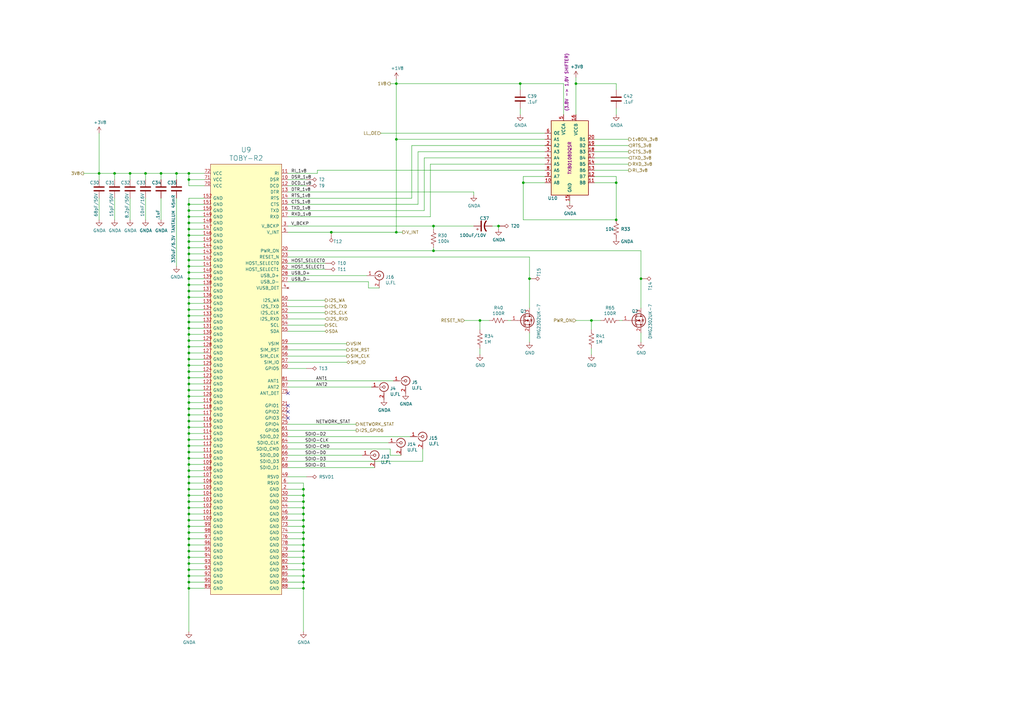
<source format=kicad_sch>
(kicad_sch (version 20211123) (generator eeschema)
  (paper "A3")
  (title_block (title "RCP 4G CELLULAR MODEM"))
  (lib_symbols
    (symbol "Connector:Conn_Coaxial" (pin_names (offset 1.016) hide)
      (property "Reference" "J" (at 0.254 3.048 0))
      (property "Value" "Conn_Coaxial" (at 2.921 0 90))
      (symbol "Conn_Coaxial_1_1"
        (pin passive line (at -5.08 0 0) (length 2.54) (name "In") (number "1"))
        (pin passive line (at 0 -5.08 90) (length 2.54) (name "Ext") (number "2"))
      )
    )
    (symbol "Connector:TestPoint_Alt" (pin_numbers hide) (pin_names (offset 0.762) hide)
      (property "Reference" "TP" (at 0 6.858 0))
      (property "Value" "TestPoint_Alt" (at 0 5.08 0))
      (symbol "TestPoint_Alt_1_1"
        (pin passive line (at 0 0 90) (length 2.54) (name "1") (number "1"))
      )
    )
    (symbol "Device:C" (pin_numbers hide) (pin_names (offset 0.254))
      (property "Reference" "C" (at 0.635 2.54 0))
      (property "Value" "C" (at 0.635 -2.54 0))
      (symbol "C_1_1"
        (pin passive line (at 0 3.81 270) (length 2.794) (name "~") (number "1"))
        (pin passive line (at 0 -3.81 90) (length 2.794) (name "~") (number "2"))
      )
    )
    (symbol "Device:CP1" (pin_numbers hide) (pin_names (offset 0.254) hide)
      (property "Reference" "C" (at 0.635 2.54 0))
      (property "Value" "Device_CP1" (at 0.635 -2.54 0))
      (symbol "CP1_1_1"
        (pin passive line (at 0 3.81 270) (length 2.794) (name "~") (number "1"))
        (pin passive line (at 0 -3.81 90) (length 3.302) (name "~") (number "2"))
      )
    )
    (symbol "Device:Q_NMOS_GSD" (pin_names (offset 0) hide)
      (property "Reference" "Q" (at 5.08 1.27 0))
      (property "Value" "Q_NMOS_GSD" (at 5.08 -1.27 0))
      (symbol "Q_NMOS_GSD_1_1"
        (pin input line (at -5.08 0 0) (length 2.54) (name "G") (number "1"))
        (pin passive line (at 2.54 -5.08 90) (length 2.54) (name "S") (number "2"))
        (pin passive line (at 2.54 5.08 270) (length 2.54) (name "D") (number "3"))
      )
    )
    (symbol "Device:R_US" (pin_numbers hide) (pin_names (offset 0))
      (property "Reference" "R" (at 2.54 0 90))
      (property "Value" "R_US" (at -2.54 0 90))
      (symbol "R_US_1_1"
        (pin passive line (at 0 3.81 270) (length 1.27) (name "~") (number "1"))
        (pin passive line (at 0 -3.81 90) (length 1.27) (name "~") (number "2"))
      )
    )
    (symbol "MyLibrary:TOBY-L2" (pin_names (offset 1.016))
      (property "Reference" "U" (at -27.94 118.11 0))
      (property "Value" "MyLibrary_TOBY-L2" (at -15.24 102.87 0))
      (symbol "TOBY-L2_1_1"
        (pin output line (at 2.54 110.49 180) (length 2.54) (name "DSR") (number "10"))
        (pin power_in line (at -31.75 -29.21 0) (length 2.54) (name "GND") (number "100"))
        (pin power_in line (at -31.75 -26.67 0) (length 2.54) (name "GND") (number "101"))
        (pin power_in line (at -31.75 -24.13 0) (length 2.54) (name "GND") (number "102"))
        (pin power_in line (at -31.75 -21.59 0) (length 2.54) (name "GND") (number "103"))
        (pin power_in line (at -31.75 -19.05 0) (length 2.54) (name "GND") (number "104"))
        (pin power_in line (at -31.75 -16.51 0) (length 2.54) (name "GND") (number "105"))
        (pin power_in line (at -31.75 -13.97 0) (length 2.54) (name "GND") (number "106"))
        (pin power_in line (at -31.75 -11.43 0) (length 2.54) (name "GND") (number "107"))
        (pin power_in line (at -31.75 -8.89 0) (length 2.54) (name "GND") (number "108"))
        (pin power_in line (at -31.75 -6.35 0) (length 2.54) (name "GND") (number "109"))
        (pin output line (at 2.54 113.03 180) (length 2.54) (name "RI") (number "11"))
        (pin power_in line (at -31.75 -3.81 0) (length 2.54) (name "GND") (number "110"))
        (pin power_in line (at -31.75 -1.27 0) (length 2.54) (name "GND") (number "111"))
        (pin power_in line (at -31.75 1.27 0) (length 2.54) (name "GND") (number "112"))
        (pin power_in line (at -31.75 3.81 0) (length 2.54) (name "GND") (number "113"))
        (pin power_in line (at -31.75 6.35 0) (length 2.54) (name "GND") (number "114"))
        (pin power_in line (at -31.75 8.89 0) (length 2.54) (name "GND") (number "115"))
        (pin power_in line (at -31.75 11.43 0) (length 2.54) (name "GND") (number "116"))
        (pin power_in line (at -31.75 13.97 0) (length 2.54) (name "GND") (number "117"))
        (pin power_in line (at -31.75 16.51 0) (length 2.54) (name "GND") (number "118"))
        (pin power_in line (at -31.75 19.05 0) (length 2.54) (name "GND") (number "119"))
        (pin output line (at 2.54 107.95 180) (length 2.54) (name "DCD") (number "12"))
        (pin power_in line (at -31.75 21.59 0) (length 2.54) (name "GND") (number "120"))
        (pin power_in line (at -31.75 24.13 0) (length 2.54) (name "GND") (number "121"))
        (pin power_in line (at -31.75 26.67 0) (length 2.54) (name "GND") (number "122"))
        (pin power_in line (at -31.75 29.21 0) (length 2.54) (name "GND") (number "123"))
        (pin power_in line (at -31.75 31.75 0) (length 2.54) (name "GND") (number "124"))
        (pin power_in line (at -31.75 34.29 0) (length 2.54) (name "GND") (number "125"))
        (pin power_in line (at -31.75 36.83 0) (length 2.54) (name "GND") (number "126"))
        (pin power_in line (at -31.75 39.37 0) (length 2.54) (name "GND") (number "127"))
        (pin power_in line (at -31.75 41.91 0) (length 2.54) (name "GND") (number "128"))
        (pin power_in line (at -31.75 44.45 0) (length 2.54) (name "GND") (number "129"))
        (pin input line (at 2.54 105.41 180) (length 2.54) (name "DTR") (number "13"))
        (pin power_in line (at -31.75 46.99 0) (length 2.54) (name "GND") (number "130"))
        (pin power_in line (at -31.75 49.53 0) (length 2.54) (name "GND") (number "131"))
        (pin power_in line (at -31.75 52.07 0) (length 2.54) (name "GND") (number "132"))
        (pin power_in line (at -31.75 54.61 0) (length 2.54) (name "GND") (number "133"))
        (pin power_in line (at -31.75 57.15 0) (length 2.54) (name "GND") (number "134"))
        (pin power_in line (at -31.75 59.69 0) (length 2.54) (name "GND") (number "135"))
        (pin power_in line (at -31.75 62.23 0) (length 2.54) (name "GND") (number "136"))
        (pin power_in line (at -31.75 64.77 0) (length 2.54) (name "GND") (number "137"))
        (pin power_in line (at -31.75 67.31 0) (length 2.54) (name "GND") (number "138"))
        (pin power_in line (at -31.75 69.85 0) (length 2.54) (name "GND") (number "139"))
        (pin input line (at 2.54 102.87 180) (length 2.54) (name "RTS") (number "14"))
        (pin power_in line (at -31.75 72.39 0) (length 2.54) (name "GND") (number "140"))
        (pin power_in line (at -31.75 74.93 0) (length 2.54) (name "GND") (number "141"))
        (pin power_in line (at -31.75 77.47 0) (length 2.54) (name "GND") (number "142"))
        (pin power_in line (at -31.75 80.01 0) (length 2.54) (name "GND") (number "143"))
        (pin power_in line (at -31.75 82.55 0) (length 2.54) (name "GND") (number "144"))
        (pin power_in line (at -31.75 85.09 0) (length 2.54) (name "GND") (number "145"))
        (pin power_in line (at -31.75 87.63 0) (length 2.54) (name "GND") (number "146"))
        (pin power_in line (at -31.75 90.17 0) (length 2.54) (name "GND") (number "147"))
        (pin power_in line (at -31.75 92.71 0) (length 2.54) (name "GND") (number "148"))
        (pin power_in line (at -31.75 95.25 0) (length 2.54) (name "GND") (number "149"))
        (pin output line (at 2.54 100.33 180) (length 2.54) (name "CTS") (number "15"))
        (pin power_in line (at -31.75 97.79 0) (length 2.54) (name "GND") (number "150"))
        (pin power_in line (at -31.75 100.33 0) (length 2.54) (name "GND") (number "151"))
        (pin power_in line (at -31.75 102.87 0) (length 2.54) (name "GND") (number "152"))
        (pin input line (at 2.54 97.79 180) (length 2.54) (name "TXD") (number "16"))
        (pin output line (at 2.54 95.25 180) (length 2.54) (name "RXD") (number "17"))
        (pin power_in line (at 2.54 -16.51 180) (length 2.54) (name "GND") (number "2"))
        (pin input line (at 2.54 81.28 180) (length 2.54) (name "PWR_ON") (number "20"))
        (pin bidirectional line (at 2.54 17.78 180) (length 2.54) (name "GPIO1") (number "21"))
        (pin bidirectional line (at 2.54 15.24 180) (length 2.54) (name "GPIO2") (number "22"))
        (pin input line (at 2.54 78.74 180) (length 2.54) (name "RESET_N") (number "23"))
        (pin bidirectional line (at 2.54 12.7 180) (length 2.54) (name "GPIO3") (number "24"))
        (pin bidirectional line (at 2.54 10.16 180) (length 2.54) (name "GPIO4") (number "25"))
        (pin input line (at 2.54 76.2 180) (length 2.54) (name "HOST_SELECT0") (number "26"))
        (pin bidirectional line (at 2.54 68.58 180) (length 2.54) (name "USB_D-") (number "27"))
        (pin bidirectional line (at 2.54 71.12 180) (length 2.54) (name "USB_D+") (number "28"))
        (pin bidirectional line (at 2.54 91.44 180) (length 2.54) (name "V_BCKP") (number "3"))
        (pin power_in line (at 2.54 -19.05 180) (length 2.54) (name "GND") (number "30"))
        (pin power_in line (at 2.54 -21.59 180) (length 2.54) (name "GND") (number "32"))
        (pin no_connect line (at 2.54 66.04 180) (length 2.54) (name "VUSB_DET") (number "4"))
        (pin power_in line (at 2.54 -24.13 180) (length 2.54) (name "GND") (number "44"))
        (pin power_in line (at 2.54 -26.67 180) (length 2.54) (name "GND") (number "46"))
        (pin bidirectional line (at 2.54 -11.43 180) (length 2.54) (name "RSVD") (number "49"))
        (pin power_out line (at 2.54 88.9 180) (length 2.54) (name "V_INT") (number "5"))
        (pin output line (at 2.54 60.96 180) (length 2.54) (name "I2S_WA") (number "50"))
        (pin output line (at 2.54 58.42 180) (length 2.54) (name "I2S_TXD") (number "51"))
        (pin output line (at 2.54 55.88 180) (length 2.54) (name "I2S_CLK") (number "52"))
        (pin input line (at 2.54 53.34 180) (length 2.54) (name "I2S_RXD") (number "53"))
        (pin output line (at 2.54 50.8 180) (length 2.54) (name "SCL") (number "54"))
        (pin bidirectional line (at 2.54 48.26 180) (length 2.54) (name "SDA") (number "55"))
        (pin output line (at 2.54 38.1 180) (length 2.54) (name "SIM_CLK") (number "56"))
        (pin bidirectional line (at 2.54 35.56 180) (length 2.54) (name "SIM_IO") (number "57"))
        (pin output line (at 2.54 40.64 180) (length 2.54) (name "SIM_RST") (number "58"))
        (pin power_out line (at 2.54 43.18 180) (length 2.54) (name "VSIM") (number "59"))
        (pin unspecified line (at 2.54 -13.97 180) (length 2.54) (name "RSVD") (number "6"))
        (pin bidirectional line (at 2.54 33.02 180) (length 2.54) (name "GPIO5") (number "60"))
        (pin bidirectional line (at 2.54 7.62 180) (length 2.54) (name "GPIO6") (number "61"))
        (pin input line (at 2.54 73.66 180) (length 2.54) (name "HOST_SELECT1") (number "62"))
        (pin bidirectional line (at 2.54 5.08 180) (length 2.54) (name "SDIO_D2") (number "63"))
        (pin output line (at 2.54 2.54 180) (length 2.54) (name "SDIO_CLK") (number "64"))
        (pin bidirectional line (at 2.54 0 180) (length 2.54) (name "SDIO_CMD") (number "65"))
        (pin bidirectional line (at 2.54 -2.54 180) (length 2.54) (name "SDIO_D0") (number "66"))
        (pin bidirectional line (at 2.54 -5.08 180) (length 2.54) (name "SDIO_D3") (number "67"))
        (pin bidirectional line (at 2.54 -7.62 180) (length 2.54) (name "SDIO_D1") (number "68"))
        (pin bidirectional line (at 2.54 -29.21 180) (length 2.54) (name "GND") (number "69"))
        (pin power_in line (at -31.75 107.95 0) (length 2.54) (name "VCC") (number "70"))
        (pin power_in line (at -31.75 110.49 0) (length 2.54) (name "VCC") (number "71"))
        (pin power_in line (at -31.75 113.03 0) (length 2.54) (name "VCC") (number "72"))
        (pin power_in line (at 2.54 -31.75 180) (length 2.54) (name "GND") (number "73"))
        (pin power_in line (at 2.54 -34.29 180) (length 2.54) (name "GND") (number "74"))
        (pin input line (at 2.54 22.86 180) (length 2.54) (name "ANT_DET") (number "75"))
        (pin power_in line (at 2.54 -36.83 180) (length 2.54) (name "GND") (number "76"))
        (pin power_in line (at 2.54 -39.37 180) (length 2.54) (name "GND") (number "78"))
        (pin power_in line (at 2.54 -41.91 180) (length 2.54) (name "GND") (number "79"))
        (pin power_in line (at 2.54 -44.45 180) (length 2.54) (name "GND") (number "80"))
        (pin bidirectional line (at 2.54 27.94 180) (length 2.54) (name "ANT1") (number "81"))
        (pin power_in line (at 2.54 -46.99 180) (length 2.54) (name "GND") (number "82"))
        (pin power_in line (at 2.54 -49.53 180) (length 2.54) (name "GND") (number "83"))
        (pin power_in line (at 2.54 -52.07 180) (length 2.54) (name "GND") (number "85"))
        (pin power_in line (at 2.54 -54.61 180) (length 2.54) (name "GND") (number "86"))
        (pin input line (at 2.54 25.4 180) (length 2.54) (name "ANT2") (number "87"))
        (pin power_in line (at 2.54 -57.15 180) (length 2.54) (name "GND") (number "88"))
        (pin power_in line (at -31.75 -57.15 0) (length 2.54) (name "GND") (number "89"))
        (pin power_in line (at -31.75 -54.61 0) (length 2.54) (name "GND") (number "90"))
        (pin power_in line (at -31.75 -52.07 0) (length 2.54) (name "GND") (number "92"))
        (pin power_in line (at -31.75 -49.53 0) (length 2.54) (name "GND") (number "93"))
        (pin power_in line (at -31.75 -46.99 0) (length 2.54) (name "GND") (number "93"))
        (pin power_in line (at -31.75 -44.45 0) (length 2.54) (name "GND") (number "94"))
        (pin power_in line (at -31.75 -41.91 0) (length 2.54) (name "GND") (number "95"))
        (pin power_in line (at -31.75 -39.37 0) (length 2.54) (name "GND") (number "96"))
        (pin power_in line (at -31.75 -36.83 0) (length 2.54) (name "GND") (number "97"))
        (pin power_in line (at -31.75 -34.29 0) (length 2.54) (name "GND") (number "98"))
        (pin power_in line (at -31.75 -31.75 0) (length 2.54) (name "GND") (number "99"))
      )
    )
    (symbol "MyLibrary:TXB0108DQS" (pin_names (offset 1.016))
      (property "Reference" "U" (at 5.08 -16.51 0))
      (property "Value" "MyLibrary_TXB0108DQS" (at 0 0 90))
      (symbol "TXB0108DQS_1_1"
        (pin bidirectional line (at -10.16 7.62 0) (length 2.54) (name "A1") (number "1"))
        (pin bidirectional line (at -10.16 -10.16 0) (length 2.54) (name "A8") (number "10"))
        (pin bidirectional line (at 10.16 -10.16 180) (length 2.54) (name "B8") (number "11"))
        (pin bidirectional line (at 10.16 -7.62 180) (length 2.54) (name "B7") (number "12"))
        (pin bidirectional line (at 10.16 -5.08 180) (length 2.54) (name "B6") (number "13"))
        (pin bidirectional line (at 10.16 -2.54 180) (length 2.54) (name "B5") (number "14"))
        (pin power_in line (at 0 -17.78 90) (length 2.54) (name "GND") (number "15"))
        (pin power_in line (at 2.54 17.78 270) (length 2.54) (name "VCCB") (number "16"))
        (pin bidirectional line (at 10.16 0 180) (length 2.54) (name "B4") (number "17"))
        (pin bidirectional line (at 10.16 2.54 180) (length 2.54) (name "B3") (number "18"))
        (pin bidirectional line (at 10.16 5.08 180) (length 2.54) (name "B2") (number "19"))
        (pin bidirectional line (at -10.16 5.08 0) (length 2.54) (name "A2") (number "2"))
        (pin bidirectional line (at 10.16 7.62 180) (length 2.54) (name "B1") (number "20"))
        (pin bidirectional line (at -10.16 2.54 0) (length 2.54) (name "A3") (number "3"))
        (pin bidirectional line (at -10.16 0 0) (length 2.54) (name "A4") (number "4"))
        (pin power_in line (at -2.54 17.78 270) (length 2.54) (name "VCCA") (number "5"))
        (pin input line (at -10.16 10.16 0) (length 2.54) (name "OE") (number "6"))
        (pin bidirectional line (at -10.16 -2.54 0) (length 2.54) (name "A5") (number "7"))
        (pin bidirectional line (at -10.16 -5.08 0) (length 2.54) (name "A6") (number "8"))
        (pin bidirectional line (at -10.16 -7.62 0) (length 2.54) (name "A7") (number "9"))
      )
    )
    (symbol "power:+1V8" (power) (pin_names (offset 0))
      (property "Value" "+1V8" (at 0 3.556 0))
      (symbol "+1V8_1_1"
        (pin power_in line (at 0 0 90) (length 0) hide (name "+1V8") (number "1"))
      )
    )
    (symbol "power:+3V8" (power) (pin_names (offset 0))
      (property "Value" "+3V8" (at 0 3.556 0))
      (symbol "+3V8_1_1"
        (pin power_in line (at 0 0 90) (length 0) hide (name "+3V8") (number "1"))
      )
    )
    (symbol "power:GND" (power) (pin_names (offset 0))
      (property "Value" "GND" (at 0 -3.81 0))
      (symbol "GND_1_1"
        (pin power_in line (at 0 0 270) (length 0) hide (name "GND") (number "1"))
      )
    )
    (symbol "power:GNDA" (power) (pin_names (offset 0))
      (property "Value" "GNDA" (at 0 -3.81 0))
      (symbol "GNDA_1_1"
        (pin power_in line (at 0 0 270) (length 0) hide (name "GNDA") (number "1"))
      )
    )
  )
  (junction (at 77.47 93.98))
  (junction (at 77.47 193.04))
  (junction (at 77.47 203.2))
  (junction (at 214.63 74.93))
  (junction (at 162.56 95.25))
  (junction (at 77.47 231.14))
  (junction (at 77.47 187.96))
  (junction (at 124.46 238.76))
  (junction (at 177.8 92.71))
  (junction (at 77.47 116.84))
  (junction (at 252.73 90.17))
  (junction (at 77.47 200.66))
  (junction (at 124.46 226.06))
  (junction (at 77.47 152.4))
  (junction (at 196.85 131.445))
  (junction (at 77.47 205.74))
  (junction (at 77.47 213.36))
  (junction (at 77.47 226.06))
  (junction (at 77.47 142.24))
  (junction (at 77.47 106.68))
  (junction (at 77.47 124.46))
  (junction (at 217.17 114.3))
  (junction (at 77.47 129.54))
  (junction (at 77.47 220.98))
  (junction (at 77.47 170.18))
  (junction (at 77.47 195.58))
  (junction (at 124.46 223.52))
  (junction (at 77.47 157.48))
  (junction (at 77.47 114.3))
  (junction (at 77.47 137.16))
  (junction (at 77.47 241.3))
  (junction (at 77.47 198.12))
  (junction (at 72.39 71.12))
  (junction (at 213.36 34.29))
  (junction (at 77.47 162.56))
  (junction (at 204.47 92.71))
  (junction (at 124.46 218.44))
  (junction (at 77.47 210.82))
  (junction (at 77.47 218.44))
  (junction (at 53.34 71.12))
  (junction (at 242.57 131.445))
  (junction (at 177.8 102.87))
  (junction (at 77.47 88.9))
  (junction (at 262.89 114.3))
  (junction (at 77.47 223.52))
  (junction (at 124.46 205.74))
  (junction (at 124.46 210.82))
  (junction (at 124.46 236.22))
  (junction (at 66.04 71.12))
  (junction (at 77.47 139.7))
  (junction (at 77.47 111.76))
  (junction (at 77.47 190.5))
  (junction (at 77.47 185.42))
  (junction (at 77.47 175.26))
  (junction (at 162.56 34.29))
  (junction (at 77.47 83.82))
  (junction (at 77.47 104.14))
  (junction (at 77.47 121.92))
  (junction (at 77.47 144.78))
  (junction (at 124.46 231.14))
  (junction (at 135.89 95.25))
  (junction (at 77.47 182.88))
  (junction (at 40.64 71.12))
  (junction (at 77.47 99.06))
  (junction (at 77.47 101.6))
  (junction (at 77.47 109.22))
  (junction (at 77.47 71.12))
  (junction (at 236.22 34.29))
  (junction (at 77.47 180.34))
  (junction (at 77.47 208.28))
  (junction (at 77.47 134.62))
  (junction (at 59.69 71.12))
  (junction (at 77.47 119.38))
  (junction (at 77.47 165.1))
  (junction (at 77.47 233.68))
  (junction (at 162.56 57.15))
  (junction (at 77.47 147.32))
  (junction (at 124.46 203.2))
  (junction (at 77.47 228.6))
  (junction (at 77.47 160.02))
  (junction (at 77.47 172.72))
  (junction (at 77.47 127))
  (junction (at 77.47 177.8))
  (junction (at 124.46 200.66))
  (junction (at 77.47 73.66))
  (junction (at 77.47 154.94))
  (junction (at 124.46 215.9))
  (junction (at 46.99 71.12))
  (junction (at 77.47 236.22))
  (junction (at 77.47 238.76))
  (junction (at 77.47 167.64))
  (junction (at 124.46 208.28))
  (junction (at 252.73 74.93))
  (junction (at 77.47 149.86))
  (junction (at 77.47 132.08))
  (junction (at 124.46 228.6))
  (junction (at 124.46 241.3))
  (junction (at 77.47 91.44))
  (junction (at 124.46 233.68))
  (junction (at 77.47 96.52))
  (junction (at 77.47 215.9))
  (junction (at 124.46 220.98))
  (junction (at 124.46 213.36))
  (junction (at 77.47 86.36))
  (no_connect (at 118.11 168.91))
  (no_connect (at 118.11 166.37))
  (no_connect (at 118.11 171.45))
  (no_connect (at 118.11 161.29))
  (wire (pts (xy 77.47 152.4) (xy 77.47 154.94)))
  (wire (pts (xy 77.47 76.2) (xy 83.82 76.2)))
  (wire (pts (xy 77.47 137.16) (xy 83.82 137.16)))
  (wire (pts (xy 173.355 189.23) (xy 173.355 184.15)))
  (wire (pts (xy 77.47 111.76) (xy 83.82 111.76)))
  (wire (pts (xy 83.82 226.06) (xy 77.47 226.06)))
  (wire (pts (xy 77.47 167.64) (xy 77.47 170.18)))
  (wire (pts (xy 77.47 218.44) (xy 77.47 220.98)))
  (wire (pts (xy 252.73 90.17) (xy 252.73 74.93)))
  (wire (pts (xy 59.69 90.17) (xy 59.69 81.28)))
  (wire (pts (xy 176.53 67.31) (xy 176.53 88.9)))
  (wire (pts (xy 77.47 116.84) (xy 77.47 119.38)))
  (wire (pts (xy 242.57 145.415) (xy 242.57 142.875)))
  (wire (pts (xy 77.47 190.5) (xy 77.47 193.04)))
  (wire (pts (xy 77.47 187.96) (xy 83.82 187.96)))
  (wire (pts (xy 77.47 106.68) (xy 83.82 106.68)))
  (wire (pts (xy 124.46 210.82) (xy 124.46 213.36)))
  (wire (pts (xy 77.47 195.58) (xy 77.47 198.12)))
  (wire (pts (xy 118.11 208.28) (xy 124.46 208.28)))
  (wire (pts (xy 118.11 186.69) (xy 148.59 186.69)))
  (wire (pts (xy 243.84 64.77) (xy 257.81 64.77)))
  (wire (pts (xy 77.47 86.36) (xy 77.47 88.9)))
  (wire (pts (xy 40.64 73.66) (xy 40.64 71.12)))
  (wire (pts (xy 77.47 165.1) (xy 77.47 167.64)))
  (wire (pts (xy 118.11 125.73) (xy 133.35 125.73)))
  (wire (pts (xy 53.34 71.12) (xy 46.99 71.12)))
  (wire (pts (xy 124.46 238.76) (xy 118.11 238.76)))
  (wire (pts (xy 83.82 114.3) (xy 77.47 114.3)))
  (wire (pts (xy 118.11 115.57) (xy 151.13 115.57)))
  (wire (pts (xy 77.47 236.22) (xy 77.47 238.76)))
  (wire (pts (xy 208.28 131.445) (xy 209.55 131.445)))
  (wire (pts (xy 77.47 149.86) (xy 77.47 152.4)))
  (wire (pts (xy 124.46 213.36) (xy 124.46 215.9)))
  (wire (pts (xy 118.11 218.44) (xy 124.46 218.44)))
  (wire (pts (xy 236.22 131.445) (xy 242.57 131.445)))
  (wire (pts (xy 124.46 223.52) (xy 124.46 226.06)))
  (wire (pts (xy 77.47 160.02) (xy 77.47 162.56)))
  (wire (pts (xy 135.89 95.25) (xy 162.56 95.25)))
  (wire (pts (xy 77.47 104.14) (xy 77.47 106.68)))
  (wire (pts (xy 83.82 160.02) (xy 77.47 160.02)))
  (wire (pts (xy 118.11 143.51) (xy 142.24 143.51)))
  (wire (pts (xy 124.46 208.28) (xy 124.46 210.82)))
  (wire (pts (xy 204.47 92.71) (xy 204.47 93.98)))
  (wire (pts (xy 262.89 136.525) (xy 262.89 140.335)))
  (wire (pts (xy 118.11 81.28) (xy 168.91 81.28)))
  (wire (pts (xy 83.82 81.28) (xy 77.47 81.28)))
  (wire (pts (xy 59.69 71.12) (xy 66.04 71.12)))
  (wire (pts (xy 83.82 88.9) (xy 77.47 88.9)))
  (wire (pts (xy 77.47 116.84) (xy 83.82 116.84)))
  (wire (pts (xy 77.47 162.56) (xy 77.47 165.1)))
  (wire (pts (xy 77.47 200.66) (xy 77.47 203.2)))
  (wire (pts (xy 177.8 102.87) (xy 262.89 102.87)))
  (wire (pts (xy 77.47 71.12) (xy 77.47 73.66)))
  (wire (pts (xy 118.11 105.41) (xy 217.17 105.41)))
  (wire (pts (xy 77.47 208.28) (xy 77.47 210.82)))
  (wire (pts (xy 252.73 72.39) (xy 252.73 74.93)))
  (wire (pts (xy 118.11 233.68) (xy 124.46 233.68)))
  (wire (pts (xy 77.47 218.44) (xy 83.82 218.44)))
  (wire (pts (xy 118.11 184.15) (xy 160.02 184.15)))
  (wire (pts (xy 83.82 104.14) (xy 77.47 104.14)))
  (wire (pts (xy 77.47 187.96) (xy 77.47 190.5)))
  (wire (pts (xy 77.47 241.3) (xy 77.47 259.08)))
  (wire (pts (xy 124.46 228.6) (xy 124.46 231.14)))
  (wire (pts (xy 77.47 193.04) (xy 83.82 193.04)))
  (wire (pts (xy 83.82 215.9) (xy 77.47 215.9)))
  (wire (pts (xy 160.02 34.29) (xy 162.56 34.29)))
  (wire (pts (xy 77.47 121.92) (xy 77.47 124.46)))
  (wire (pts (xy 77.47 101.6) (xy 77.47 104.14)))
  (wire (pts (xy 151.13 118.11) (xy 151.13 115.57)))
  (wire (pts (xy 118.11 86.36) (xy 173.99 86.36)))
  (wire (pts (xy 83.82 238.76) (xy 77.47 238.76)))
  (wire (pts (xy 77.47 73.66) (xy 77.47 76.2)))
  (wire (pts (xy 77.47 106.68) (xy 77.47 109.22)))
  (wire (pts (xy 77.47 127) (xy 83.82 127)))
  (wire (pts (xy 177.8 101.6) (xy 177.8 102.87)))
  (wire (pts (xy 77.47 119.38) (xy 77.47 121.92)))
  (wire (pts (xy 77.47 203.2) (xy 77.47 205.74)))
  (wire (pts (xy 223.52 67.31) (xy 176.53 67.31)))
  (wire (pts (xy 77.47 91.44) (xy 77.47 93.98)))
  (wire (pts (xy 77.47 198.12) (xy 83.82 198.12)))
  (wire (pts (xy 77.47 177.8) (xy 77.47 180.34)))
  (wire (pts (xy 217.17 105.41) (xy 217.17 114.3)))
  (wire (pts (xy 77.47 157.48) (xy 83.82 157.48)))
  (wire (pts (xy 83.82 241.3) (xy 77.47 241.3)))
  (wire (pts (xy 77.47 238.76) (xy 77.47 241.3)))
  (wire (pts (xy 118.11 198.12) (xy 124.46 198.12)))
  (wire (pts (xy 83.82 182.88) (xy 77.47 182.88)))
  (wire (pts (xy 118.11 102.87) (xy 177.8 102.87)))
  (wire (pts (xy 77.47 182.88) (xy 77.47 185.42)))
  (wire (pts (xy 252.73 34.29) (xy 252.73 36.83)))
  (wire (pts (xy 83.82 139.7) (xy 77.47 139.7)))
  (wire (pts (xy 83.82 154.94) (xy 77.47 154.94)))
  (wire (pts (xy 77.47 132.08) (xy 83.82 132.08)))
  (wire (pts (xy 173.99 64.77) (xy 223.52 64.77)))
  (wire (pts (xy 83.82 195.58) (xy 77.47 195.58)))
  (wire (pts (xy 77.47 220.98) (xy 77.47 223.52)))
  (wire (pts (xy 77.47 172.72) (xy 83.82 172.72)))
  (wire (pts (xy 72.39 109.22) (xy 72.39 81.28)))
  (wire (pts (xy 118.11 236.22) (xy 124.46 236.22)))
  (wire (pts (xy 118.11 195.58) (xy 125.73 195.58)))
  (wire (pts (xy 118.11 156.21) (xy 161.29 156.21)))
  (wire (pts (xy 40.64 90.17) (xy 40.64 81.28)))
  (wire (pts (xy 77.47 142.24) (xy 83.82 142.24)))
  (wire (pts (xy 118.11 181.61) (xy 159.385 181.61)))
  (wire (pts (xy 77.47 213.36) (xy 83.82 213.36)))
  (wire (pts (xy 214.63 90.17) (xy 252.73 90.17)))
  (wire (pts (xy 66.04 90.17) (xy 66.04 81.28)))
  (wire (pts (xy 77.47 172.72) (xy 77.47 175.26)))
  (wire (pts (xy 34.29 71.12) (xy 40.64 71.12)))
  (wire (pts (xy 77.47 185.42) (xy 77.47 187.96)))
  (wire (pts (xy 77.47 231.14) (xy 77.47 233.68)))
  (wire (pts (xy 77.47 226.06) (xy 77.47 228.6)))
  (wire (pts (xy 223.52 54.61) (xy 156.21 54.61)))
  (wire (pts (xy 124.46 198.12) (xy 124.46 200.66)))
  (wire (pts (xy 77.47 175.26) (xy 77.47 177.8)))
  (wire (pts (xy 257.81 67.31) (xy 243.84 67.31)))
  (wire (pts (xy 165.1 95.25) (xy 162.56 95.25)))
  (wire (pts (xy 243.84 57.15) (xy 257.81 57.15)))
  (wire (pts (xy 77.47 228.6) (xy 83.82 228.6)))
  (wire (pts (xy 83.82 231.14) (xy 77.47 231.14)))
  (wire (pts (xy 118.11 173.99) (xy 146.05 173.99)))
  (wire (pts (xy 77.47 142.24) (xy 77.47 144.78)))
  (wire (pts (xy 77.47 101.6) (xy 83.82 101.6)))
  (wire (pts (xy 217.17 114.3) (xy 217.17 126.365)))
  (wire (pts (xy 196.85 135.255) (xy 196.85 131.445)))
  (wire (pts (xy 262.89 102.87) (xy 262.89 114.3)))
  (wire (pts (xy 77.47 223.52) (xy 83.82 223.52)))
  (wire (pts (xy 155.575 118.11) (xy 151.13 118.11)))
  (wire (pts (xy 124.46 220.98) (xy 124.46 223.52)))
  (wire (pts (xy 77.47 139.7) (xy 77.47 142.24)))
  (wire (pts (xy 77.47 124.46) (xy 77.47 127)))
  (wire (pts (xy 77.47 233.68) (xy 77.47 236.22)))
  (wire (pts (xy 124.46 200.66) (xy 124.46 203.2)))
  (wire (pts (xy 77.47 71.12) (xy 83.82 71.12)))
  (wire (pts (xy 124.46 220.98) (xy 118.11 220.98)))
  (wire (pts (xy 124.46 236.22) (xy 124.46 238.76)))
  (wire (pts (xy 77.47 152.4) (xy 83.82 152.4)))
  (wire (pts (xy 124.46 226.06) (xy 118.11 226.06)))
  (wire (pts (xy 77.47 157.48) (xy 77.47 160.02)))
  (wire (pts (xy 83.82 124.46) (xy 77.47 124.46)))
  (wire (pts (xy 231.14 46.99) (xy 231.14 34.29)))
  (wire (pts (xy 77.47 93.98) (xy 77.47 96.52)))
  (wire (pts (xy 118.11 123.19) (xy 133.35 123.19)))
  (wire (pts (xy 196.85 131.445) (xy 200.66 131.445)))
  (wire (pts (xy 77.47 91.44) (xy 83.82 91.44)))
  (wire (pts (xy 162.56 34.29) (xy 213.36 34.29)))
  (wire (pts (xy 77.47 198.12) (xy 77.47 200.66)))
  (wire (pts (xy 173.99 86.36) (xy 173.99 64.77)))
  (wire (pts (xy 77.47 96.52) (xy 77.47 99.06)))
  (wire (pts (xy 77.47 213.36) (xy 77.47 215.9)))
  (wire (pts (xy 118.11 148.59) (xy 142.24 148.59)))
  (wire (pts (xy 118.11 76.2) (xy 125.73 76.2)))
  (wire (pts (xy 223.52 74.93) (xy 214.63 74.93)))
  (wire (pts (xy 77.47 137.16) (xy 77.47 139.7)))
  (wire (pts (xy 77.47 132.08) (xy 77.47 134.62)))
  (wire (pts (xy 59.69 73.66) (xy 59.69 71.12)))
  (wire (pts (xy 118.11 88.9) (xy 176.53 88.9)))
  (wire (pts (xy 124.46 205.74) (xy 124.46 208.28)))
  (wire (pts (xy 83.82 200.66) (xy 77.47 200.66)))
  (wire (pts (xy 83.82 149.86) (xy 77.47 149.86)))
  (wire (pts (xy 243.84 72.39) (xy 252.73 72.39)))
  (wire (pts (xy 77.47 228.6) (xy 77.47 231.14)))
  (wire (pts (xy 243.84 59.69) (xy 257.81 59.69)))
  (wire (pts (xy 252.73 46.99) (xy 252.73 44.45)))
  (wire (pts (xy 233.68 83.185) (xy 233.68 82.55)))
  (wire (pts (xy 77.47 203.2) (xy 83.82 203.2)))
  (wire (pts (xy 168.91 59.69) (xy 223.52 59.69)))
  (wire (pts (xy 77.47 83.82) (xy 77.47 86.36)))
  (wire (pts (xy 77.47 109.22) (xy 77.47 111.76)))
  (wire (pts (xy 118.11 130.81) (xy 133.35 130.81)))
  (wire (pts (xy 118.11 95.25) (xy 135.89 95.25)))
  (wire (pts (xy 236.22 46.99) (xy 236.22 34.29)))
  (wire (pts (xy 124.46 205.74) (xy 118.11 205.74)))
  (wire (pts (xy 77.47 154.94) (xy 77.47 157.48)))
  (wire (pts (xy 124.46 233.68) (xy 124.46 236.22)))
  (wire (pts (xy 124.46 215.9) (xy 118.11 215.9)))
  (wire (pts (xy 77.47 111.76) (xy 77.47 114.3)))
  (wire (pts (xy 83.82 119.38) (xy 77.47 119.38)))
  (wire (pts (xy 77.47 121.92) (xy 83.82 121.92)))
  (wire (pts (xy 83.82 190.5) (xy 77.47 190.5)))
  (wire (pts (xy 118.11 158.75) (xy 152.4 158.75)))
  (wire (pts (xy 83.82 205.74) (xy 77.47 205.74)))
  (wire (pts (xy 53.34 71.12) (xy 59.69 71.12)))
  (wire (pts (xy 213.36 36.83) (xy 213.36 34.29)))
  (wire (pts (xy 243.84 69.85) (xy 257.81 69.85)))
  (wire (pts (xy 118.11 176.53) (xy 146.05 176.53)))
  (wire (pts (xy 77.47 180.34) (xy 77.47 182.88)))
  (wire (pts (xy 77.47 193.04) (xy 77.47 195.58)))
  (wire (pts (xy 177.8 92.71) (xy 177.8 93.98)))
  (wire (pts (xy 118.11 92.71) (xy 177.8 92.71)))
  (wire (pts (xy 83.82 144.78) (xy 77.47 144.78)))
  (wire (pts (xy 118.11 189.23) (xy 173.355 189.23)))
  (wire (pts (xy 77.47 147.32) (xy 77.47 149.86)))
  (wire (pts (xy 236.22 34.29) (xy 252.73 34.29)))
  (wire (pts (xy 83.82 109.22) (xy 77.47 109.22)))
  (wire (pts (xy 118.11 146.05) (xy 142.24 146.05)))
  (wire (pts (xy 124.46 238.76) (xy 124.46 241.3)))
  (wire (pts (xy 223.52 69.85) (xy 130.175 69.85)))
  (wire (pts (xy 236.22 34.29) (xy 236.22 31.75)))
  (wire (pts (xy 190.5 131.445) (xy 196.85 131.445)))
  (wire (pts (xy 83.82 177.8) (xy 77.47 177.8)))
  (wire (pts (xy 168.91 81.28) (xy 168.91 59.69)))
  (wire (pts (xy 133.35 107.95) (xy 118.11 107.95)))
  (wire (pts (xy 118.11 191.77) (xy 153.67 191.77)))
  (wire (pts (xy 77.47 167.64) (xy 83.82 167.64)))
  (wire (pts (xy 83.82 83.82) (xy 77.47 83.82)))
  (wire (pts (xy 77.47 129.54) (xy 77.47 132.08)))
  (wire (pts (xy 118.11 200.66) (xy 124.46 200.66)))
  (wire (pts (xy 217.17 136.525) (xy 217.17 140.335)))
  (wire (pts (xy 83.82 93.98) (xy 77.47 93.98)))
  (wire (pts (xy 118.11 110.49) (xy 133.35 110.49)))
  (wire (pts (xy 118.11 179.07) (xy 168.275 179.07)))
  (wire (pts (xy 124.46 241.3) (xy 124.46 259.08)))
  (wire (pts (xy 213.36 34.29) (xy 231.14 34.29)))
  (wire (pts (xy 66.04 73.66) (xy 66.04 71.12)))
  (wire (pts (xy 83.82 185.42) (xy 77.47 185.42)))
  (wire (pts (xy 162.56 32.385) (xy 162.56 34.29)))
  (wire (pts (xy 118.11 228.6) (xy 124.46 228.6)))
  (wire (pts (xy 130.175 69.85) (xy 130.175 71.12)))
  (wire (pts (xy 118.11 213.36) (xy 124.46 213.36)))
  (wire (pts (xy 171.45 62.23) (xy 171.45 83.82)))
  (wire (pts (xy 77.47 147.32) (xy 83.82 147.32)))
  (wire (pts (xy 160.02 186.69) (xy 164.465 186.69)))
  (wire (pts (xy 77.47 127) (xy 77.47 129.54)))
  (wire (pts (xy 77.47 223.52) (xy 77.47 226.06)))
  (wire (pts (xy 83.82 236.22) (xy 77.47 236.22)))
  (wire (pts (xy 118.11 203.2) (xy 124.46 203.2)))
  (wire (pts (xy 125.73 73.66) (xy 118.11 73.66)))
  (wire (pts (xy 77.47 180.34) (xy 83.82 180.34)))
  (wire (pts (xy 77.47 162.56) (xy 83.82 162.56)))
  (wire (pts (xy 243.84 74.93) (xy 252.73 74.93)))
  (wire (pts (xy 77.47 170.18) (xy 77.47 172.72)))
  (wire (pts (xy 162.56 34.29) (xy 162.56 57.15)))
  (wire (pts (xy 83.82 99.06) (xy 77.47 99.06)))
  (wire (pts (xy 124.46 215.9) (xy 124.46 218.44)))
  (wire (pts (xy 118.11 223.52) (xy 124.46 223.52)))
  (wire (pts (xy 83.82 73.66) (xy 77.47 73.66)))
  (wire (pts (xy 118.11 128.27) (xy 133.35 128.27)))
  (wire (pts (xy 118.11 71.12) (xy 130.175 71.12)))
  (wire (pts (xy 177.8 92.71) (xy 194.31 92.71)))
  (wire (pts (xy 118.11 133.35) (xy 133.35 133.35)))
  (wire (pts (xy 162.56 57.15) (xy 223.52 57.15)))
  (wire (pts (xy 242.57 131.445) (xy 246.38 131.445)))
  (wire (pts (xy 201.93 92.71) (xy 204.47 92.71)))
  (wire (pts (xy 83.82 175.26) (xy 77.47 175.26)))
  (wire (pts (xy 77.47 208.28) (xy 83.82 208.28)))
  (wire (pts (xy 46.99 71.12) (xy 40.64 71.12)))
  (wire (pts (xy 77.47 215.9) (xy 77.47 218.44)))
  (wire (pts (xy 162.56 95.25) (xy 162.56 57.15)))
  (wire (pts (xy 223.52 62.23) (xy 171.45 62.23)))
  (wire (pts (xy 196.85 145.415) (xy 196.85 142.875)))
  (wire (pts (xy 160.02 184.15) (xy 160.02 186.69)))
  (wire (pts (xy 77.47 233.68) (xy 83.82 233.68)))
  (wire (pts (xy 77.47 86.36) (xy 83.82 86.36)))
  (wire (pts (xy 66.04 71.12) (xy 72.39 71.12)))
  (wire (pts (xy 118.11 83.82) (xy 171.45 83.82)))
  (wire (pts (xy 124.46 231.14) (xy 124.46 233.68)))
  (wire (pts (xy 46.99 73.66) (xy 46.99 71.12)))
  (wire (pts (xy 257.81 62.23) (xy 243.84 62.23)))
  (wire (pts (xy 118.11 140.97) (xy 142.24 140.97)))
  (wire (pts (xy 72.39 73.66) (xy 72.39 71.12)))
  (wire (pts (xy 77.47 96.52) (xy 83.82 96.52)))
  (wire (pts (xy 77.47 210.82) (xy 77.47 213.36)))
  (wire (pts (xy 83.82 134.62) (xy 77.47 134.62)))
  (wire (pts (xy 262.89 114.3) (xy 262.89 126.365)))
  (wire (pts (xy 77.47 88.9) (xy 77.47 91.44)))
  (wire (pts (xy 214.63 72.39) (xy 214.63 74.93)))
  (wire (pts (xy 124.46 218.44) (xy 124.46 220.98)))
  (wire (pts (xy 77.47 81.28) (xy 77.47 83.82)))
  (wire (pts (xy 72.39 71.12) (xy 77.47 71.12)))
  (wire (pts (xy 118.11 113.03) (xy 150.495 113.03)))
  (wire (pts (xy 124.46 203.2) (xy 124.46 205.74)))
  (wire (pts (xy 118.11 151.13) (xy 125.73 151.13)))
  (wire (pts (xy 124.46 210.82) (xy 118.11 210.82)))
  (wire (pts (xy 53.34 73.66) (xy 53.34 71.12)))
  (wire (pts (xy 124.46 226.06) (xy 124.46 228.6)))
  (wire (pts (xy 77.47 205.74) (xy 77.47 208.28)))
  (wire (pts (xy 223.52 72.39) (xy 214.63 72.39)))
  (wire (pts (xy 118.11 78.74) (xy 194.31 78.74)))
  (wire (pts (xy 83.82 129.54) (xy 77.47 129.54)))
  (wire (pts (xy 77.47 144.78) (xy 77.47 147.32)))
  (wire (pts (xy 53.34 90.17) (xy 53.34 81.28)))
  (wire (pts (xy 40.64 54.61) (xy 40.64 71.12)))
  (wire (pts (xy 242.57 135.255) (xy 242.57 131.445)))
  (wire (pts (xy 213.36 44.45) (xy 213.36 46.99)))
  (wire (pts (xy 254 131.445) (xy 255.27 131.445)))
  (wire (pts (xy 124.46 231.14) (xy 118.11 231.14)))
  (wire (pts (xy 77.47 114.3) (xy 77.47 116.84)))
  (wire (pts (xy 118.11 241.3) (xy 124.46 241.3)))
  (wire (pts (xy 194.31 78.74) (xy 194.31 80.01)))
  (wire (pts (xy 46.99 90.17) (xy 46.99 81.28)))
  (wire (pts (xy 77.47 134.62) (xy 77.47 137.16)))
  (wire (pts (xy 83.82 170.18) (xy 77.47 170.18)))
  (wire (pts (xy 83.82 210.82) (xy 77.47 210.82)))
  (wire (pts (xy 83.82 220.98) (xy 77.47 220.98)))
  (wire (pts (xy 118.11 135.89) (xy 133.35 135.89)))
  (wire (pts (xy 77.47 99.06) (xy 77.47 101.6)))
  (wire (pts (xy 214.63 74.93) (xy 214.63 90.17)))
  (wire (pts (xy 83.82 165.1) (xy 77.47 165.1)))
  (label "TXD_1v8" (at 119.38 86.36 0))
  (label "HOST_SELECT0" (at 119.38 107.95 0))
  (label "RXD_1v8" (at 119.38 88.9 0))
  (label "SDIO-CLK" (at 125.095 181.61 0))
  (label "USB_D-" (at 119.38 115.57 0))
  (label "HOST_SELECT1" (at 119.38 110.49 0))
  (label "ANT1" (at 129.54 156.21 0))
  (label "DSR_1v8" (at 119.38 73.66 0))
  (label "SDIO-D2" (at 125.095 179.07 0))
  (label "RTS_1v8" (at 119.38 81.28 0))
  (label "ANT2" (at 129.54 158.75 0))
  (label "CTS_1v8" (at 119.38 83.82 0))
  (label "SDIO-D1" (at 125.095 191.77 0))
  (label "USB_D+" (at 119.38 113.03 0))
  (label "DCD_1v8" (at 119.38 76.2 0))
  (label "SDIO-D0" (at 125.095 186.69 0))
  (label "V_BCKP" (at 119.38 92.71 0))
  (label "DTR_1v8" (at 119.38 78.74 0))
  (label "NETWORK_STAT" (at 129.54 173.99 0))
  (label "SDIO-D3" (at 125.095 189.23 0))
  (label "RI_1v8" (at 119.38 71.12 0))
  (label "SDIO-CMD" (at 125.095 184.15 0))
  (hierarchical_label "NETWORK_STAT" (shape output) (at 146.05 173.99 0))
  (hierarchical_label "SIM_IO" (shape bidirectional) (at 142.24 148.59 0))
  (hierarchical_label "SCL" (shape output) (at 133.35 133.35 0))
  (hierarchical_label "SIM_CLK" (shape output) (at 142.24 146.05 0))
  (hierarchical_label "3V8" (shape output) (at 34.29 71.12 180))
  (hierarchical_label "1v8ON_3v8" (shape output) (at 257.81 57.15 0))
  (hierarchical_label "VSIM" (shape output) (at 142.24 140.97 0))
  (hierarchical_label "RTS_3v8" (shape input) (at 257.81 59.69 0))
  (hierarchical_label "RXD_3v8" (shape output) (at 257.81 67.31 0))
  (hierarchical_label "TXD_3v8" (shape input) (at 257.81 64.77 0))
  (hierarchical_label "CTS_3v8" (shape output) (at 257.81 62.23 0))
  (hierarchical_label "I2S_GPIO6" (shape output) (at 146.05 176.53 0))
  (hierarchical_label "RI_3v8" (shape output) (at 257.81 69.85 0))
  (hierarchical_label "LL_OE" (shape input) (at 156.21 54.61 180))
  (hierarchical_label "I2S_TXD" (shape output) (at 133.35 125.73 0))
  (hierarchical_label "I2S_RXD" (shape input) (at 133.35 130.81 0))
  (hierarchical_label "SDA" (shape bidirectional) (at 133.35 135.89 0))
  (hierarchical_label "SIM_RST" (shape output) (at 142.24 143.51 0))
  (hierarchical_label "V_INT" (shape output) (at 165.1 95.25 0))
  (hierarchical_label "PWR_ON" (shape input) (at 236.22 131.445 180))
  (hierarchical_label "1V8" (shape output) (at 160.02 34.29 180))
  (hierarchical_label "I2S_CLK" (shape output) (at 133.35 128.27 0))
  (hierarchical_label "I2S_WA" (shape output) (at 133.35 123.19 0))
  (hierarchical_label "RESET_N" (shape input) (at 190.5 131.445 180))
  (symbol (lib_id "Device:CP1") (at 198.12 92.71 90) (unit 1)
    (property "Reference" "C37" (at 200.66 89.535 90) (effects (justify left)))
    (property "Value" "100uF/10V" (at 199.39 96.52 90) (effects (justify left)))
    (property "Footprint" "MyFootprints:Capacitor_Wurth865080243007" (effects hide))
    (property "Datasheet" "https://www.we-online.de/katalog/datasheet/865080243007.pdf" (effects hide))
    (property "Mfg. Name" "Wurth" (effects hide))
    (property "Mfg. Part No." "865080243007" (effects hide))
  )
  (symbol (lib_id "Device:R_US") (at 177.8 97.79 0) (unit 1)
    (property "Reference" "R30" (at 179.5272 96.6216 0) (effects (justify left)))
    (property "Value" "100k" (at 179.5272 98.933 0) (effects (justify left)))
    (property "Footprint" "Resistor_SMD:R_0603_1608Metric" (effects hide))
  )
  (symbol (lib_id "power:+3V8") (at 236.22 31.75 0) (unit 1)
    (property "Reference" "#PWR0182" (effects hide))
    (property "Value" "+3V8" (at 236.601 27.3558 0))
  )
  (symbol (lib_id "Device:C") (at 213.36 40.64 0) (unit 1)
    (property "Reference" "C39" (at 216.281 39.4716 0) (effects (justify left)))
    (property "Value" ".1uF" (at 216.281 41.783 0) (effects (justify left)))
    (property "Footprint" "Capacitor_SMD:C_0603_1608Metric" (effects hide))
  )
  (symbol (lib_id "Device:C") (at 252.73 40.64 0) (unit 1)
    (property "Reference" "C42" (at 255.651 39.4716 0) (effects (justify left)))
    (property "Value" ".1uF" (at 255.651 41.783 0) (effects (justify left)))
    (property "Footprint" "Capacitor_SMD:C_0603_1608Metric" (effects hide))
  )
  (symbol (lib_id "Connector:Conn_Coaxial") (at 157.48 158.75 0) (unit 1)
    (property "Reference" "J4" (at 159.9946 159.3596 0) (effects (justify left)))
    (property "Value" "U.FL" (at 159.9946 161.671 0) (effects (justify left)))
    (property "Footprint" "Connector_Coaxial:U.FL_Molex_MCRF_73412-0110_Vertical" (effects hide))
    (property "Datasheet" " ~" (effects hide))
    (property "Mfg. Name" "Molex" (effects hide))
    (property "Mfg. Part No." "0734120110" (effects hide))
  )
  (symbol (lib_id "MyLibrary:TOBY-L2") (at 115.57 184.15 0) (unit 1)
    (property "Reference" "U9" (at 100.965 61.4426 0) (effects (font (size 2.0066 2.0066))))
    (property "Value" "TOBY-R2" (at 100.965 64.8716 0) (effects (font (size 2.0066 2.0066))))
    (property "Footprint" "MyFootprints:CellModule_TOBY-L2" (effects hide))
    (property "Datasheet" "https://www.u-blox.com/en/product/toby-l2-series" (effects hide))
    (property "Mfg. Name" "u-blox" (effects hide))
    (property "Mfg. Part No." "TOBY-R200" (effects hide))
  )
  (symbol (lib_id "power:+3V8") (at 40.64 54.61 0) (unit 1)
    (property "Reference" "#PWR0159" (effects hide))
    (property "Value" "+3V8" (at 41.021 50.2158 0))
  )
  (symbol (lib_id "Device:C") (at 40.64 77.47 0) (unit 1)
    (property "Reference" "C30" (at 36.83 74.93 0) (effects (justify left)))
    (property "Value" "68pF/50V" (at 39.37 88.9 90) (effects (justify left)))
    (property "Footprint" "Capacitor_SMD:C_0603_1608Metric" (effects hide))
    (property "Mfg. Name" "Murata" (effects hide))
    (property "Mfg. Part No." "GRM1555C1H680JA01J" (effects hide))
  )
  (symbol (lib_id "Device:C") (at 46.99 77.47 0) (unit 1)
    (property "Reference" "C31" (at 43.18 74.93 0) (effects (justify left)))
    (property "Value" "15pF/50V" (at 45.72 88.9 90) (effects (justify left)))
    (property "Footprint" "Capacitor_SMD:C_0603_1608Metric" (effects hide))
  )
  (symbol (lib_id "Device:C") (at 53.34 77.47 0) (unit 1)
    (property "Reference" "C32" (at 49.53 74.93 0) (effects (justify left)))
    (property "Value" "8.2pF/50V" (at 52.07 89.535 90) (effects (justify left)))
    (property "Footprint" "Capacitor_SMD:C_0603_1608Metric" (effects hide))
    (property "Mfg. Name" "Yageo" (effects hide))
    (property "Mfg. Part No." "CC0402DRNPO9BN8R2" (effects hide))
  )
  (symbol (lib_id "Device:C") (at 59.69 77.47 0) (unit 1)
    (property "Reference" "C33" (at 55.88 74.93 0) (effects (justify left)))
    (property "Value" "10nF/16V" (at 58.42 88.9 90) (effects (justify left)))
    (property "Footprint" "Capacitor_SMD:C_0603_1608Metric" (effects hide))
  )
  (symbol (lib_id "Device:C") (at 66.04 77.47 0) (unit 1)
    (property "Reference" "C34" (at 62.23 74.93 0) (effects (justify left)))
    (property "Value" ".1uF" (at 64.77 90.17 90) (effects (justify left)))
    (property "Footprint" "Capacitor_SMD:C_0603_1608Metric" (effects hide))
  )
  (symbol (lib_id "Device:C") (at 72.39 77.47 0) (unit 1)
    (property "Reference" "C35" (at 68.58 74.93 0) (effects (justify left)))
    (property "Value" "330uF/6.3V TANTALUM 45mR" (at 71.12 107.95 90) (effects (justify left)))
    (property "Footprint" "MyFootprints:C_2917" (effects hide))
    (property "Mfg. Name" "Kemet" (effects hide))
    (property "Mfg. Part No." "T520D337M006ATE045" (effects hide))
  )
  (symbol (lib_id "Connector:Conn_Coaxial") (at 166.37 156.21 0) (unit 1)
    (property "Reference" "J5" (at 168.8846 156.8196 0) (effects (justify left)))
    (property "Value" "U.FL" (at 168.8846 159.131 0) (effects (justify left)))
    (property "Footprint" "Connector_Coaxial:U.FL_Molex_MCRF_73412-0110_Vertical" (effects hide))
    (property "Datasheet" " ~" (effects hide))
    (property "Mfg. Name" "Molex" (effects hide))
    (property "Mfg. Part No." "0734120110" (effects hide))
  )
  (symbol (lib_id "Connector:TestPoint_Alt") (at 125.73 76.2 270) (unit 1) (in_bom no)
    (property "Reference" "T9" (at 130.81 76.2 90) (effects (justify left)))
    (property "Value" "TestPoint_Alt" (effects hide))
    (property "Footprint" "TestPoint:TestPoint_Pad_1.0x1.0mm" (effects hide))
  )
  (symbol (lib_id "Connector:TestPoint_Alt") (at 125.73 73.66 270) (unit 1) (in_bom no)
    (property "Reference" "T2" (at 130.81 73.66 90) (effects (justify left)))
    (property "Value" "TestPoint_Alt" (effects hide))
    (property "Footprint" "TestPoint:TestPoint_Pad_1.0x1.0mm" (effects hide))
  )
  (symbol (lib_id "Connector:TestPoint_Alt") (at 133.35 107.95 270) (unit 1) (in_bom no)
    (property "Reference" "T10" (at 138.43 107.95 90) (effects (justify left)))
    (property "Value" "TestPoint_Alt" (effects hide))
    (property "Footprint" "TestPoint:TestPoint_Pad_1.0x1.0mm" (effects hide))
  )
  (symbol (lib_id "Connector:TestPoint_Alt") (at 133.35 110.49 270) (unit 1) (in_bom no)
    (property "Reference" "T11" (at 138.43 110.49 90) (effects (justify left)))
    (property "Value" "TestPoint_Alt" (effects hide))
    (property "Footprint" "TestPoint:TestPoint_Pad_1.0x1.0mm" (effects hide))
  )
  (symbol (lib_id "Connector:TestPoint_Alt") (at 135.89 95.25 180) (unit 1) (in_bom no)
    (property "Reference" "T12" (at 140.335 99.06 0) (effects (justify left)))
    (property "Value" "TestPoint_Alt" (effects hide))
    (property "Footprint" "TestPoint:TestPoint_Pad_1.0x1.0mm" (effects hide))
  )
  (symbol (lib_id "Connector:TestPoint_Alt") (at 217.17 114.3 270) (unit 1) (in_bom no)
    (property "Reference" "T15" (at 220.98 109.855 0) (effects (justify left)))
    (property "Value" "TestPoint_Alt" (effects hide))
    (property "Footprint" "TestPoint:TestPoint_Pad_1.0x1.0mm" (effects hide))
  )
  (symbol (lib_id "Connector:TestPoint_Alt") (at 262.89 114.3 270) (unit 1) (in_bom no)
    (property "Reference" "T14" (at 266.7 115.57 0) (effects (justify left)))
    (property "Value" "TestPoint_Alt" (effects hide))
    (property "Footprint" "TestPoint:TestPoint_Pad_1.0x1.0mm" (effects hide))
  )
  (symbol (lib_id "Connector:TestPoint_Alt") (at 125.73 151.13 270) (unit 1) (in_bom no)
    (property "Reference" "T13" (at 130.81 151.13 90) (effects (justify left)))
    (property "Value" "TestPoint_Alt" (effects hide))
    (property "Footprint" "TestPoint:TestPoint_Pad_1.0x1.0mm" (effects hide))
  )
  (symbol (lib_id "Connector:TestPoint_Alt") (at 125.73 195.58 270) (unit 1) (in_bom no)
    (property "Reference" "RSVD1" (at 130.81 195.58 90) (effects (justify left)))
    (property "Value" "TestPoint_Alt" (effects hide))
    (property "Footprint" "TestPoint:TestPoint_Pad_1.0x1.0mm" (effects hide))
  )
  (symbol (lib_id "Connector:TestPoint_Alt") (at 204.47 92.71 270) (unit 1) (in_bom no)
    (property "Reference" "T20" (at 209.55 92.71 90) (effects (justify left)))
    (property "Value" "TestPoint_Alt" (effects hide))
    (property "Footprint" "TestPoint:TestPoint_Pad_1.0x1.0mm" (effects hide))
  )
  (symbol (lib_id "power:GNDA") (at 40.64 90.17 0) (unit 1)
    (property "Reference" "#PWR0162" (effects hide))
    (property "Value" "GNDA" (at 40.767 94.5642 0))
  )
  (symbol (lib_id "power:GNDA") (at 46.99 90.17 0) (unit 1)
    (property "Reference" "#PWR0163" (effects hide))
    (property "Value" "GNDA" (at 47.117 94.5642 0))
  )
  (symbol (lib_id "power:GNDA") (at 53.34 90.17 0) (unit 1)
    (property "Reference" "#PWR0174" (effects hide))
    (property "Value" "GNDA" (at 53.467 94.5642 0))
  )
  (symbol (lib_id "power:GNDA") (at 59.69 90.17 0) (unit 1)
    (property "Reference" "#PWR0175" (effects hide))
    (property "Value" "GNDA" (at 59.817 94.5642 0))
  )
  (symbol (lib_id "power:GNDA") (at 66.04 90.17 0) (unit 1)
    (property "Reference" "#PWR0176" (effects hide))
    (property "Value" "GNDA" (at 66.167 94.5642 0))
  )
  (symbol (lib_id "power:GNDA") (at 72.39 109.22 0) (unit 1)
    (property "Reference" "#PWR0177" (effects hide))
    (property "Value" "GNDA" (at 72.517 113.6142 0))
  )
  (symbol (lib_id "power:GNDA") (at 194.31 80.01 0) (unit 1)
    (property "Reference" "#PWR0178" (effects hide))
    (property "Value" "GNDA" (at 194.437 84.4042 0))
  )
  (symbol (lib_id "power:GNDA") (at 213.36 46.99 0) (unit 1)
    (property "Reference" "#PWR0180" (effects hide))
    (property "Value" "GNDA" (at 213.487 51.3842 0))
  )
  (symbol (lib_id "power:GNDA") (at 252.73 46.99 0) (unit 1)
    (property "Reference" "#PWR0181" (effects hide))
    (property "Value" "GNDA" (at 252.857 51.3842 0))
  )
  (symbol (lib_id "power:GNDA") (at 233.68 83.185 0) (unit 1)
    (property "Reference" "#PWR0183" (effects hide))
    (property "Value" "GNDA" (at 233.807 87.5792 0))
  )
  (symbol (lib_id "power:GNDA") (at 204.47 93.98 0) (unit 1)
    (property "Reference" "#PWR0184" (effects hide))
    (property "Value" "GNDA" (at 204.597 98.3742 0))
  )
  (symbol (lib_id "power:GNDA") (at 166.37 161.29 0) (unit 1)
    (property "Reference" "#PWR0185" (effects hide))
    (property "Value" "GNDA" (at 166.497 165.6842 0))
  )
  (symbol (lib_id "power:GNDA") (at 157.48 163.83 0) (unit 1)
    (property "Reference" "#PWR0186" (effects hide))
    (property "Value" "GNDA" (at 157.607 168.2242 0))
  )
  (symbol (lib_id "power:GNDA") (at 124.46 259.08 0) (unit 1)
    (property "Reference" "#PWR0187" (effects hide))
    (property "Value" "GNDA" (at 124.587 263.4742 0))
  )
  (symbol (lib_id "power:GNDA") (at 77.47 259.08 0) (unit 1)
    (property "Reference" "#PWR0188" (effects hide))
    (property "Value" "GNDA" (at 77.597 263.4742 0))
  )
  (symbol (lib_id "Device:R_US") (at 196.85 139.065 0) (unit 1)
    (property "Reference" "R34" (at 198.5772 137.8966 0) (effects (justify left)))
    (property "Value" "1M" (at 198.5772 140.208 0) (effects (justify left)))
    (property "Footprint" "Resistor_SMD:R_0603_1608Metric" (effects hide))
  )
  (symbol (lib_id "Device:R_US") (at 204.47 131.445 270) (unit 1)
    (property "Reference" "R40" (at 204.47 126.238 90))
    (property "Value" "100R" (at 204.47 128.5494 90))
    (property "Footprint" "Resistor_SMD:R_0603_1608Metric" (effects hide))
  )
  (symbol (lib_id "Device:Q_NMOS_GSD") (at 214.63 131.445 0) (unit 1)
    (property "Reference" "Q1" (at 213.36 127.635 0) (effects (justify left)))
    (property "Value" "DMG2302UK-7 " (at 220.98 139.065 90) (effects (justify left)))
    (property "Footprint" "Package_TO_SOT_SMD:SOT-23" (effects hide))
    (property "Datasheet" "https://www.diodes.com/assets/Datasheets/DMG2302UK.pdf" (effects hide))
    (property "Mfg. Name" "Diodes Incorporated" (effects hide))
    (property "Mfg. Part No." "DMG2302UK-7" (effects hide))
  )
  (symbol (lib_id "power:GND") (at 217.17 140.335 0) (unit 1)
    (property "Reference" "#PWR0113" (effects hide))
    (property "Value" "GND" (at 217.297 144.7292 0))
  )
  (symbol (lib_id "power:GND") (at 196.85 145.415 0) (unit 1)
    (property "Reference" "#PWR0114" (effects hide))
    (property "Value" "GND" (at 196.977 149.8092 0))
  )
  (symbol (lib_id "Device:R_US") (at 242.57 139.065 0) (unit 1)
    (property "Reference" "R41" (at 244.2972 137.8966 0) (effects (justify left)))
    (property "Value" "1M" (at 244.2972 140.208 0) (effects (justify left)))
    (property "Footprint" "Resistor_SMD:R_0603_1608Metric" (effects hide))
  )
  (symbol (lib_id "Device:R_US") (at 250.19 131.445 270) (unit 1)
    (property "Reference" "R65" (at 250.19 126.238 90))
    (property "Value" "100R" (at 250.19 128.5494 90))
    (property "Footprint" "Resistor_SMD:R_0603_1608Metric" (effects hide))
  )
  (symbol (lib_id "Device:Q_NMOS_GSD") (at 260.35 131.445 0) (unit 1)
    (property "Reference" "Q2" (at 259.08 127.635 0) (effects (justify left)))
    (property "Value" "DMG2302UK-7 " (at 266.7 139.065 90) (effects (justify left)))
    (property "Footprint" "Package_TO_SOT_SMD:SOT-23" (effects hide))
    (property "Datasheet" "https://www.diodes.com/assets/Datasheets/DMG2302UK.pdf" (effects hide))
    (property "Mfg. Name" "Diodes Incorporated" (effects hide))
    (property "Mfg. Part No." "DMG2302UK-7" (effects hide))
  )
  (symbol (lib_id "power:GND") (at 262.89 140.335 0) (unit 1)
    (property "Reference" "#PWR0116" (effects hide))
    (property "Value" "GND" (at 263.017 144.7292 0))
  )
  (symbol (lib_id "power:GND") (at 242.57 145.415 0) (unit 1)
    (property "Reference" "#PWR0117" (effects hide))
    (property "Value" "GND" (at 242.697 149.8092 0))
  )
  (symbol (lib_id "MyLibrary:TXB0108DQS") (at 233.68 64.77 0) (unit 1)
    (property "Reference" "U10" (at 226.695 81.28 0))
    (property "Value" "Logic Shifter" (effects hide))
    (property "Footprint" "MyFootprints:TXB0108_USON-20_2x4mm_P0.4mm" (effects hide))
    (property "Datasheet" "http://www.ti.com/lit/ds/symlink/txb0108.pdf" (effects hide))
    (property "Label" "(3.8V -> 1.8V SHIFTER)" (at 232.41 33.655 90))
    (property "Mfg. Name" "TI" (effects hide))
    (property "Mfg. Part No." "TXB0108DQSR" (at 233.68 64.77 90))
  )
  (symbol (lib_id "Device:R_US") (at 252.73 93.98 0) (unit 1)
    (property "Reference" "R33" (at 254.635 93.98 0) (effects (justify left)))
    (property "Value" "10k" (at 248.285 93.98 0) (effects (justify left)))
    (property "Footprint" "Resistor_SMD:R_0603_1608Metric" (effects hide))
  )
  (symbol (lib_id "power:GNDA") (at 252.73 97.79 0) (mirror y) (unit 1)
    (property "Reference" "#PWR0169" (effects hide))
    (property "Value" "GNDA" (at 257.175 99.06 0))
  )
  (symbol (lib_id "Connector:Conn_Coaxial") (at 173.355 179.07 0) (unit 1)
    (property "Reference" "J15" (at 175.8696 179.6796 0) (effects (justify left)))
    (property "Value" "U.FL" (at 175.8696 181.991 0) (effects (justify left)))
    (property "Footprint" "Connector_Coaxial:U.FL_Molex_MCRF_73412-0110_Vertical" (effects hide))
    (property "Datasheet" " ~" (effects hide))
    (property "Mfg. Name" "Molex" (effects hide))
    (property "Mfg. Part No." "0734120110" (effects hide))
  )
  (symbol (lib_id "Connector:Conn_Coaxial") (at 155.575 113.03 0) (unit 1)
    (property "Reference" "J16" (at 158.0896 113.6396 0) (effects (justify left)))
    (property "Value" "U.FL" (at 158.0896 115.951 0) (effects (justify left)))
    (property "Footprint" "Connector_Coaxial:U.FL_Molex_MCRF_73412-0110_Vertical" (effects hide))
    (property "Datasheet" " ~" (effects hide))
    (property "Mfg. Name" "Molex" (effects hide))
    (property "Mfg. Part No." "0734120110" (effects hide))
  )
  (symbol (lib_id "Connector:Conn_Coaxial") (at 164.465 181.61 0) (unit 1)
    (property "Reference" "J14" (at 166.9796 182.2196 0) (effects (justify left)))
    (property "Value" "U.FL" (at 166.9796 184.531 0) (effects (justify left)))
    (property "Footprint" "Connector_Coaxial:U.FL_Molex_MCRF_73412-0110_Vertical" (effects hide))
    (property "Datasheet" " ~" (effects hide))
    (property "Mfg. Name" "Molex" (effects hide))
    (property "Mfg. Part No." "0734120110" (effects hide))
  )
  (symbol (lib_id "Connector:Conn_Coaxial") (at 153.67 186.69 0) (unit 1)
    (property "Reference" "J13" (at 156.1846 187.2996 0) (effects (justify left)))
    (property "Value" "U.FL" (at 156.1846 189.611 0) (effects (justify left)))
    (property "Footprint" "Connector_Coaxial:U.FL_Molex_MCRF_73412-0110_Vertical" (effects hide))
    (property "Datasheet" " ~" (effects hide))
    (property "Mfg. Name" "Molex" (effects hide))
    (property "Mfg. Part No." "0734120110" (effects hide))
  )
  (symbol (lib_id "power:+1V8") (at 162.56 32.385 0) (unit 1)
    (property "Reference" "#PWR0227" (effects hide))
    (property "Value" "+1V8" (at 162.941 27.9908 0))
  )
)
</source>
